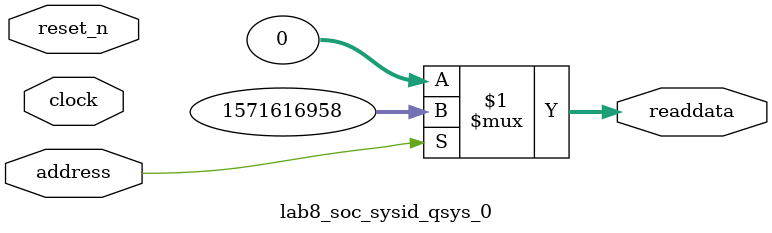
<source format=v>



// synthesis translate_off
`timescale 1ns / 1ps
// synthesis translate_on

// turn off superfluous verilog processor warnings 
// altera message_level Level1 
// altera message_off 10034 10035 10036 10037 10230 10240 10030 

module lab8_soc_sysid_qsys_0 (
               // inputs:
                address,
                clock,
                reset_n,

               // outputs:
                readdata
             )
;

  output  [ 31: 0] readdata;
  input            address;
  input            clock;
  input            reset_n;

  wire    [ 31: 0] readdata;
  //control_slave, which is an e_avalon_slave
  assign readdata = address ? 1571616958 : 0;

endmodule



</source>
